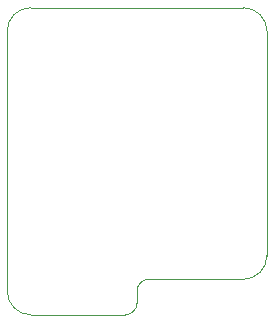
<source format=gbr>
%TF.GenerationSoftware,KiCad,Pcbnew,(6.0.0)*%
%TF.CreationDate,2022-05-15T17:50:44-05:00*%
%TF.ProjectId,MiCS_Sensor,4d694353-5f53-4656-9e73-6f722e6b6963,rev?*%
%TF.SameCoordinates,Original*%
%TF.FileFunction,Profile,NP*%
%FSLAX46Y46*%
G04 Gerber Fmt 4.6, Leading zero omitted, Abs format (unit mm)*
G04 Created by KiCad (PCBNEW (6.0.0)) date 2022-05-15 17:50:44*
%MOMM*%
%LPD*%
G01*
G04 APERTURE LIST*
%TA.AperFunction,Profile*%
%ADD10C,0.100000*%
%TD*%
G04 APERTURE END LIST*
D10*
X159000000Y-91000000D02*
G75*
G03*
X158000000Y-92000000I-1J-999999D01*
G01*
X149000000Y-68000000D02*
G75*
G03*
X147000000Y-70000000I-1J-1999999D01*
G01*
X160000000Y-91000000D02*
X159000000Y-91000000D01*
X167000000Y-91000000D02*
G75*
G03*
X169000000Y-89000000I1J1999999D01*
G01*
X147000000Y-70000000D02*
X147000000Y-92000000D01*
X157000000Y-94000000D02*
G75*
G03*
X158000000Y-93000000I1J999999D01*
G01*
X169000000Y-89000000D02*
X169000000Y-70000000D01*
X147000000Y-92000000D02*
G75*
G03*
X149000000Y-94000000I1999999J-1D01*
G01*
X157000000Y-94000000D02*
X149000000Y-94000000D01*
X158000000Y-92000000D02*
X158000000Y-93000000D01*
X169000000Y-70000000D02*
G75*
G03*
X167000000Y-68000000I-1999999J1D01*
G01*
X160000000Y-91000000D02*
X167000000Y-91000000D01*
X149000000Y-68000000D02*
X167000000Y-68000000D01*
M02*

</source>
